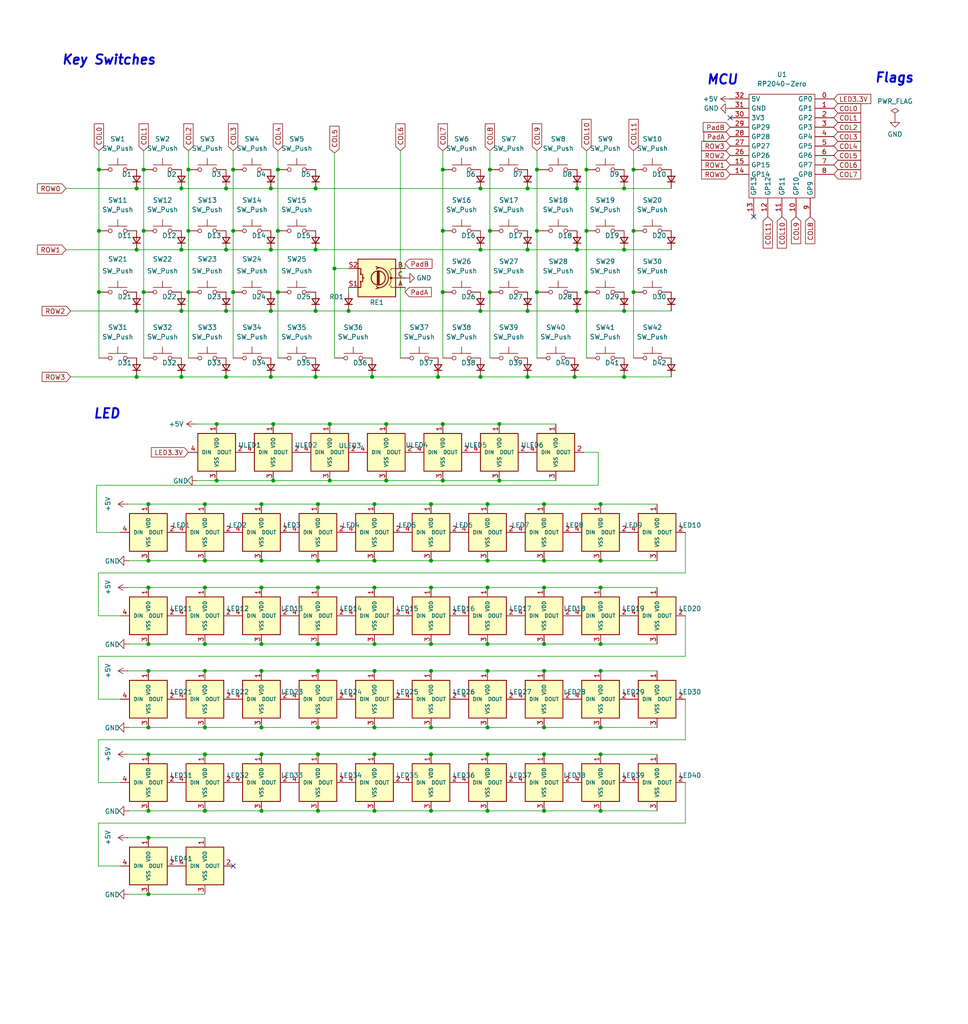
<source format=kicad_sch>
(kicad_sch (version 20231120) (generator "eeschema") (generator_version "8.0")
  (paper "User" 260.985 275.996)
  (junction (at 26.67 78.74))
  (junction (at 60.96 101.6))
  (junction (at 36.83 67.31))
  (junction (at 60.96 67.31))
  (junction (at 131.445 196.088))
  (junction (at 100.965 180.848))
  (junction (at 142.24 50.8))
  (junction (at 155.575 50.8))
  (junction (at 144.78 78.74))
  (junction (at 170.815 62.23))
  (junction (at 131.445 203.327))
  (junction (at 118.11 101.6))
  (junction (at 146.685 173.609))
  (junction (at 73.66 129.54))
  (junction (at 168.275 67.31))
  (junction (at 146.685 158.369))
  (junction (at 85.725 180.848))
  (junction (at 70.485 158.369))
  (junction (at 38.735 78.74))
  (junction (at 146.685 203.327))
  (junction (at 100.965 203.327))
  (junction (at 58.42 114.3))
  (junction (at 85.725 196.088))
  (junction (at 73.025 50.8))
  (junction (at 119.38 62.23))
  (junction (at 40.005 180.848))
  (junction (at 85.09 67.31))
  (junction (at 40.005 158.369))
  (junction (at 131.445 218.567))
  (junction (at 100.965 151.13))
  (junction (at 55.245 151.13))
  (junction (at 26.67 45.72))
  (junction (at 100.965 218.567))
  (junction (at 55.245 203.327))
  (junction (at 70.485 218.567))
  (junction (at 134.62 129.54))
  (junction (at 155.575 83.82))
  (junction (at 155.575 67.31))
  (junction (at 55.245 135.89))
  (junction (at 70.485 203.327))
  (junction (at 85.725 173.609))
  (junction (at 36.83 50.8))
  (junction (at 161.925 135.89))
  (junction (at 144.78 62.23))
  (junction (at 132.08 62.23))
  (junction (at 131.445 173.609))
  (junction (at 40.005 241.046))
  (junction (at 161.925 151.13))
  (junction (at 55.245 158.369))
  (junction (at 131.445 151.13))
  (junction (at 50.8 45.72))
  (junction (at 168.275 83.82))
  (junction (at 73.66 114.3))
  (junction (at 131.445 180.848))
  (junction (at 161.925 158.369))
  (junction (at 116.205 203.327))
  (junction (at 50.8 78.74))
  (junction (at 168.275 101.6))
  (junction (at 88.9 129.54))
  (junction (at 158.115 45.72))
  (junction (at 129.54 101.6))
  (junction (at 58.42 129.54))
  (junction (at 73.025 83.82))
  (junction (at 132.08 78.74))
  (junction (at 129.54 50.8))
  (junction (at 48.895 83.82))
  (junction (at 170.815 78.74))
  (junction (at 161.925 218.567))
  (junction (at 62.865 45.72))
  (junction (at 146.685 218.567))
  (junction (at 168.275 50.8))
  (junction (at 85.725 151.13))
  (junction (at 62.865 78.74))
  (junction (at 100.965 158.369))
  (junction (at 70.485 135.89))
  (junction (at 85.725 135.89))
  (junction (at 146.685 151.13))
  (junction (at 158.115 62.23))
  (junction (at 146.685 135.89))
  (junction (at 142.24 101.6))
  (junction (at 116.205 180.848))
  (junction (at 116.205 158.369))
  (junction (at 85.725 218.567))
  (junction (at 40.005 203.327))
  (junction (at 74.93 78.74))
  (junction (at 116.205 196.088))
  (junction (at 85.09 50.8))
  (junction (at 70.485 196.088))
  (junction (at 40.005 196.088))
  (junction (at 158.115 78.74))
  (junction (at 129.54 67.31))
  (junction (at 85.725 158.369))
  (junction (at 55.245 180.848))
  (junction (at 85.09 101.6))
  (junction (at 38.735 45.72))
  (junction (at 132.08 45.72))
  (junction (at 70.485 180.848))
  (junction (at 129.54 83.82))
  (junction (at 100.965 196.088))
  (junction (at 104.14 129.54))
  (junction (at 154.94 101.6))
  (junction (at 70.485 173.609))
  (junction (at 26.67 62.23))
  (junction (at 134.62 114.3))
  (junction (at 55.245 196.088))
  (junction (at 170.815 45.72))
  (junction (at 90.17 72.39))
  (junction (at 40.005 173.609))
  (junction (at 48.895 101.6))
  (junction (at 119.38 129.54))
  (junction (at 116.205 173.609))
  (junction (at 100.33 101.6))
  (junction (at 40.005 218.567))
  (junction (at 50.8 62.23))
  (junction (at 142.24 83.82))
  (junction (at 146.685 196.088))
  (junction (at 36.83 83.82))
  (junction (at 48.895 67.31))
  (junction (at 88.9 114.3))
  (junction (at 116.205 135.89))
  (junction (at 142.24 67.31))
  (junction (at 161.925 173.609))
  (junction (at 100.965 135.89))
  (junction (at 73.025 101.6))
  (junction (at 40.005 135.89))
  (junction (at 161.925 180.848))
  (junction (at 161.925 203.327))
  (junction (at 104.14 114.3))
  (junction (at 119.38 45.72))
  (junction (at 93.98 83.82))
  (junction (at 60.96 83.82))
  (junction (at 161.925 196.088))
  (junction (at 116.205 151.13))
  (junction (at 48.895 50.8))
  (junction (at 146.685 180.848))
  (junction (at 73.025 67.31))
  (junction (at 100.965 173.609))
  (junction (at 85.09 83.82))
  (junction (at 36.83 101.6))
  (junction (at 62.865 62.23))
  (junction (at 55.245 173.609))
  (junction (at 144.78 45.72))
  (junction (at 38.735 62.23))
  (junction (at 116.205 218.567))
  (junction (at 70.485 151.13))
  (junction (at 40.005 225.806))
  (junction (at 119.38 78.74))
  (junction (at 85.725 203.327))
  (junction (at 131.445 158.369))
  (junction (at 131.445 135.89))
  (junction (at 74.93 45.72))
  (junction (at 55.245 218.567))
  (junction (at 74.93 62.23))
  (junction (at 40.005 151.13))
  (junction (at 60.96 50.8))
  (junction (at 119.38 114.3))
  (no_connect (at 196.85 31.75))
  (no_connect (at 62.865 233.426))
  (no_connect (at 203.2 58.42))
  (wire (pts (xy 161.925 135.89) (xy 177.165 135.89)))
  (wire (pts (xy 50.8 78.74) (xy 50.8 96.52)))
  (wire (pts (xy 119.38 129.54) (xy 134.62 129.54)))
  (wire (pts (xy 36.83 50.8) (xy 48.895 50.8)))
  (wire (pts (xy 40.005 158.369) (xy 55.245 158.369)))
  (wire (pts (xy 170.815 45.72) (xy 170.815 62.23)))
  (wire (pts (xy 73.66 129.54) (xy 88.9 129.54)))
  (wire (pts (xy 40.005 196.088) (xy 55.245 196.088)))
  (wire (pts (xy 134.62 129.54) (xy 149.86 129.54)))
  (wire (pts (xy 161.925 203.327) (xy 177.165 203.327)))
  (wire (pts (xy 100.965 180.848) (xy 116.205 180.848)))
  (wire (pts (xy 36.83 101.6) (xy 48.895 101.6)))
  (wire (pts (xy 48.895 67.31) (xy 60.96 67.31)))
  (wire (pts (xy 161.925 196.088) (xy 177.165 196.088)))
  (wire (pts (xy 104.14 129.54) (xy 119.38 129.54)))
  (wire (pts (xy 161.925 173.609) (xy 177.165 173.609)))
  (wire (pts (xy 119.38 45.72) (xy 119.38 62.23)))
  (wire (pts (xy 116.205 196.088) (xy 131.445 196.088)))
  (wire (pts (xy 53.086 129.54) (xy 58.42 129.54)))
  (wire (pts (xy 50.8 40.64) (xy 50.8 45.72)))
  (wire (pts (xy 184.785 188.468) (xy 184.785 199.39)))
  (wire (pts (xy 26.543 188.468) (xy 32.385 188.468)))
  (wire (pts (xy 104.14 114.3) (xy 119.38 114.3)))
  (wire (pts (xy 40.005 173.609) (xy 55.245 173.609)))
  (wire (pts (xy 144.78 78.74) (xy 144.78 96.52)))
  (wire (pts (xy 34.671 196.088) (xy 40.005 196.088)))
  (wire (pts (xy 55.245 158.369) (xy 70.485 158.369)))
  (wire (pts (xy 100.965 158.369) (xy 116.205 158.369)))
  (wire (pts (xy 116.205 173.609) (xy 131.445 173.609)))
  (wire (pts (xy 17.78 67.31) (xy 36.83 67.31)))
  (wire (pts (xy 52.832 114.3) (xy 58.42 114.3)))
  (wire (pts (xy 119.38 40.64) (xy 119.38 45.72)))
  (wire (pts (xy 60.96 50.8) (xy 73.025 50.8)))
  (wire (pts (xy 131.445 218.567) (xy 146.685 218.567)))
  (wire (pts (xy 116.205 158.369) (xy 131.445 158.369)))
  (wire (pts (xy 168.275 83.82) (xy 180.975 83.82)))
  (wire (pts (xy 155.575 50.8) (xy 168.275 50.8)))
  (wire (pts (xy 73.66 114.3) (xy 88.9 114.3)))
  (wire (pts (xy 48.895 50.8) (xy 60.96 50.8)))
  (wire (pts (xy 158.115 62.23) (xy 158.115 78.74)))
  (wire (pts (xy 26.543 210.947) (xy 32.385 210.947)))
  (wire (pts (xy 62.865 78.74) (xy 62.865 96.52)))
  (wire (pts (xy 116.205 180.848) (xy 131.445 180.848)))
  (wire (pts (xy 168.275 101.6) (xy 180.975 101.6)))
  (wire (pts (xy 118.11 101.6) (xy 129.54 101.6)))
  (wire (pts (xy 90.17 72.39) (xy 90.17 96.52)))
  (wire (pts (xy 131.445 180.848) (xy 146.685 180.848)))
  (wire (pts (xy 73.025 101.6) (xy 85.09 101.6)))
  (wire (pts (xy 34.417 225.806) (xy 40.005 225.806)))
  (wire (pts (xy 34.671 218.567) (xy 40.005 218.567)))
  (wire (pts (xy 50.8 62.23) (xy 50.8 78.74)))
  (wire (pts (xy 55.245 180.848) (xy 70.485 180.848)))
  (wire (pts (xy 184.785 176.911) (xy 26.543 176.911)))
  (wire (pts (xy 85.09 83.82) (xy 93.98 83.82)))
  (wire (pts (xy 100.33 101.6) (xy 118.11 101.6)))
  (wire (pts (xy 40.005 180.848) (xy 55.245 180.848)))
  (wire (pts (xy 85.09 67.31) (xy 129.54 67.31)))
  (wire (pts (xy 184.785 210.947) (xy 184.785 221.869)))
  (wire (pts (xy 73.025 67.31) (xy 85.09 67.31)))
  (wire (pts (xy 40.005 218.567) (xy 55.245 218.567)))
  (wire (pts (xy 85.725 203.327) (xy 100.965 203.327)))
  (wire (pts (xy 62.865 45.72) (xy 62.865 62.23)))
  (wire (pts (xy 74.93 45.72) (xy 74.93 62.23)))
  (wire (pts (xy 170.815 40.64) (xy 170.815 45.72)))
  (wire (pts (xy 26.543 233.426) (xy 32.385 233.426)))
  (wire (pts (xy 184.785 154.432) (xy 26.543 154.432)))
  (wire (pts (xy 26.543 154.432) (xy 26.543 165.989)))
  (wire (pts (xy 145.415 78.74) (xy 144.78 78.74)))
  (wire (pts (xy 85.725 218.567) (xy 100.965 218.567)))
  (wire (pts (xy 55.245 173.609) (xy 70.485 173.609)))
  (wire (pts (xy 26.543 210.947) (xy 26.543 199.39)))
  (wire (pts (xy 85.725 135.89) (xy 100.965 135.89)))
  (wire (pts (xy 26.543 188.468) (xy 26.543 176.911)))
  (wire (pts (xy 144.78 40.64) (xy 144.78 45.72)))
  (wire (pts (xy 40.005 203.327) (xy 55.245 203.327)))
  (wire (pts (xy 32.385 143.51) (xy 26.035 143.51)))
  (wire (pts (xy 58.42 129.54) (xy 73.66 129.54)))
  (wire (pts (xy 131.445 196.088) (xy 146.685 196.088)))
  (wire (pts (xy 60.96 83.82) (xy 73.025 83.82)))
  (wire (pts (xy 184.785 199.39) (xy 26.543 199.39)))
  (wire (pts (xy 70.485 173.609) (xy 85.725 173.609)))
  (wire (pts (xy 85.725 151.13) (xy 100.965 151.13)))
  (wire (pts (xy 88.9 114.3) (xy 104.14 114.3)))
  (wire (pts (xy 132.08 45.72) (xy 132.08 62.23)))
  (wire (pts (xy 158.115 40.64) (xy 158.115 45.72)))
  (wire (pts (xy 129.54 101.6) (xy 142.24 101.6)))
  (wire (pts (xy 119.38 114.3) (xy 134.62 114.3)))
  (wire (pts (xy 85.725 180.848) (xy 100.965 180.848)))
  (wire (pts (xy 70.485 135.89) (xy 85.725 135.89)))
  (wire (pts (xy 70.485 151.13) (xy 85.725 151.13)))
  (wire (pts (xy 70.485 158.369) (xy 85.725 158.369)))
  (wire (pts (xy 26.035 130.81) (xy 161.29 130.81)))
  (wire (pts (xy 184.785 143.51) (xy 184.785 154.432)))
  (wire (pts (xy 158.115 45.72) (xy 158.115 62.23)))
  (wire (pts (xy 131.445 203.327) (xy 146.685 203.327)))
  (wire (pts (xy 119.38 62.23) (xy 119.38 78.74)))
  (wire (pts (xy 26.67 40.64) (xy 26.67 45.72)))
  (wire (pts (xy 146.685 135.89) (xy 161.925 135.89)))
  (wire (pts (xy 36.83 83.82) (xy 48.895 83.82)))
  (wire (pts (xy 132.08 78.74) (xy 132.08 96.52)))
  (wire (pts (xy 55.245 196.088) (xy 70.485 196.088)))
  (wire (pts (xy 184.785 221.869) (xy 26.543 221.869)))
  (wire (pts (xy 142.24 50.8) (xy 155.575 50.8)))
  (wire (pts (xy 36.83 67.31) (xy 48.895 67.31)))
  (wire (pts (xy 100.965 173.609) (xy 116.205 173.609)))
  (wire (pts (xy 109.22 71.12) (xy 109.22 72.39)))
  (wire (pts (xy 131.445 158.369) (xy 146.685 158.369)))
  (wire (pts (xy 48.895 101.6) (xy 60.96 101.6)))
  (wire (pts (xy 62.865 62.23) (xy 62.865 78.74)))
  (wire (pts (xy 184.785 165.989) (xy 184.785 176.911)))
  (wire (pts (xy 131.445 151.13) (xy 146.685 151.13)))
  (wire (pts (xy 119.38 78.74) (xy 119.38 96.52)))
  (wire (pts (xy 146.685 151.13) (xy 161.925 151.13)))
  (wire (pts (xy 158.115 78.74) (xy 158.115 96.52)))
  (wire (pts (xy 26.035 143.51) (xy 26.035 130.81)))
  (wire (pts (xy 161.925 151.13) (xy 177.165 151.13)))
  (wire (pts (xy 60.96 101.6) (xy 73.025 101.6)))
  (wire (pts (xy 146.685 173.609) (xy 161.925 173.609)))
  (wire (pts (xy 70.485 180.848) (xy 85.725 180.848)))
  (wire (pts (xy 88.9 129.54) (xy 104.14 129.54)))
  (wire (pts (xy 60.96 67.31) (xy 73.025 67.31)))
  (wire (pts (xy 129.54 50.8) (xy 142.24 50.8)))
  (wire (pts (xy 107.95 40.64) (xy 107.95 96.52)))
  (wire (pts (xy 144.78 62.23) (xy 144.78 78.74)))
  (wire (pts (xy 74.93 78.74) (xy 74.93 96.52)))
  (wire (pts (xy 40.005 225.806) (xy 55.245 225.806)))
  (wire (pts (xy 85.09 50.8) (xy 129.54 50.8)))
  (wire (pts (xy 74.93 62.23) (xy 74.93 78.74)))
  (wire (pts (xy 55.245 218.567) (xy 70.485 218.567)))
  (wire (pts (xy 26.543 233.426) (xy 26.543 221.869)))
  (wire (pts (xy 26.67 45.72) (xy 26.67 62.23)))
  (wire (pts (xy 70.485 203.327) (xy 85.725 203.327)))
  (wire (pts (xy 116.205 135.89) (xy 131.445 135.89)))
  (wire (pts (xy 55.245 151.13) (xy 70.485 151.13)))
  (wire (pts (xy 129.54 83.82) (xy 142.24 83.82)))
  (wire (pts (xy 90.17 41.275) (xy 90.17 72.39)))
  (wire (pts (xy 62.865 40.64) (xy 62.865 45.72)))
  (wire (pts (xy 73.025 83.82) (xy 85.09 83.82)))
  (wire (pts (xy 168.275 50.8) (xy 180.975 50.8)))
  (wire (pts (xy 19.05 83.82) (xy 36.83 83.82)))
  (wire (pts (xy 17.78 50.8) (xy 36.83 50.8)))
  (wire (pts (xy 85.725 196.088) (xy 100.965 196.088)))
  (wire (pts (xy 116.205 218.567) (xy 131.445 218.567)))
  (wire (pts (xy 38.735 40.64) (xy 38.735 45.72)))
  (wire (pts (xy 155.575 83.82) (xy 168.275 83.82)))
  (wire (pts (xy 93.98 83.82) (xy 129.54 83.82)))
  (wire (pts (xy 100.965 135.89) (xy 116.205 135.89)))
  (wire (pts (xy 132.08 40.64) (xy 132.08 45.72)))
  (wire (pts (xy 146.685 203.327) (xy 161.925 203.327)))
  (wire (pts (xy 38.735 62.23) (xy 38.735 78.74)))
  (wire (pts (xy 26.67 62.23) (xy 26.67 78.74)))
  (wire (pts (xy 55.245 203.327) (xy 70.485 203.327)))
  (wire (pts (xy 19.05 101.6) (xy 36.83 101.6)))
  (wire (pts (xy 85.09 101.6) (xy 100.33 101.6)))
  (wire (pts (xy 34.671 151.13) (xy 40.005 151.13)))
  (wire (pts (xy 90.17 72.39) (xy 93.98 72.39)))
  (wire (pts (xy 155.575 67.31) (xy 168.275 67.31)))
  (wire (pts (xy 74.93 40.64) (xy 74.93 45.72)))
  (wire (pts (xy 161.925 180.848) (xy 177.165 180.848)))
  (wire (pts (xy 116.205 203.327) (xy 131.445 203.327)))
  (wire (pts (xy 170.815 62.23) (xy 170.815 78.74)))
  (wire (pts (xy 85.725 158.369) (xy 100.965 158.369)))
  (wire (pts (xy 168.275 67.31) (xy 180.975 67.31)))
  (wire (pts (xy 131.445 173.609) (xy 146.685 173.609)))
  (wire (pts (xy 34.417 203.327) (xy 40.005 203.327)))
  (wire (pts (xy 70.485 196.088) (xy 85.725 196.088)))
  (wire (pts (xy 161.29 130.81) (xy 161.29 121.92)))
  (wire (pts (xy 58.42 114.3) (xy 73.66 114.3)))
  (wire (pts (xy 142.24 101.6) (xy 154.94 101.6)))
  (wire (pts (xy 100.965 203.327) (xy 116.205 203.327)))
  (wire (pts (xy 132.08 62.23) (xy 132.08 78.74)))
  (wire (pts (xy 34.417 158.369) (xy 40.005 158.369)))
  (wire (pts (xy 161.925 218.567) (xy 177.165 218.567)))
  (wire (pts (xy 161.925 158.369) (xy 177.165 158.369)))
  (wire (pts (xy 34.671 173.609) (xy 40.005 173.609)))
  (wire (pts (xy 85.725 173.609) (xy 100.965 173.609)))
  (wire (pts (xy 134.62 114.3) (xy 149.86 114.3)))
  (wire (pts (xy 73.025 50.8) (xy 85.09 50.8)))
  (wire (pts (xy 142.24 67.31) (xy 155.575 67.31)))
  (wire (pts (xy 131.445 135.89) (xy 146.685 135.89)))
  (wire (pts (xy 48.895 83.82) (xy 60.96 83.82)))
  (wire (pts (xy 34.417 135.89) (xy 40.005 135.89)))
  (wire (pts (xy 40.005 241.046) (xy 55.245 241.046)))
  (wire (pts (xy 144.78 45.72) (xy 144.78 62.23)))
  (wire (pts (xy 116.205 151.13) (xy 131.445 151.13)))
  (wire (pts (xy 100.965 151.13) (xy 116.205 151.13)))
  (wire (pts (xy 50.8 45.72) (xy 50.8 62.23)))
  (wire (pts (xy 38.735 45.72) (xy 38.735 62.23)))
  (wire (pts (xy 142.24 83.82) (xy 155.575 83.82)))
  (wire (pts (xy 34.417 180.848) (xy 40.005 180.848)))
  (wire (pts (xy 146.685 180.848) (xy 161.925 180.848)))
  (wire (pts (xy 70.485 218.567) (xy 85.725 218.567)))
  (wire (pts (xy 109.22 78.74) (xy 109.22 77.47)))
  (wire (pts (xy 129.54 67.31) (xy 142.24 67.31)))
  (wire (pts (xy 146.685 158.369) (xy 161.925 158.369)))
  (wire (pts (xy 170.815 78.74) (xy 170.815 96.52)))
  (wire (pts (xy 93.98 77.47) (xy 93.98 78.74)))
  (wire (pts (xy 157.48 121.92) (xy 161.29 121.92)))
  (wire (pts (xy 154.94 101.6) (xy 168.275 101.6)))
  (wire (pts (xy 40.005 135.89) (xy 55.245 135.89)))
  (wire (pts (xy 145.415 45.72) (xy 144.78 45.72)))
  (wire (pts (xy 40.005 151.13) (xy 55.245 151.13)))
  (wire (pts (xy 146.685 218.567) (xy 161.925 218.567)))
  (wire (pts (xy 100.965 196.088) (xy 116.205 196.088)))
  (wire (pts (xy 38.735 78.74) (xy 38.735 96.52)))
  (wire (pts (xy 146.685 196.088) (xy 161.925 196.088)))
  (wire (pts (xy 55.245 135.89) (xy 70.485 135.89)))
  (wire (pts (xy 26.543 165.989) (xy 32.385 165.989)))
  (wire (pts (xy 100.965 218.567) (xy 116.205 218.567)))
  (wire (pts (xy 26.67 78.74) (xy 26.67 96.52)))
  (wire (pts (xy 145.415 62.23) (xy 144.78 62.23)))
  (wire (pts (xy 34.671 241.046) (xy 40.005 241.046)))
  (text "LED" (at 25.019 113.157 0) (effects (font (size 2.54 2.54) (thickness 0.508) (bold yes) (italic yes)) (justify left bottom)))
  (text "Flags" (at 235.712 22.606 0) (effects (font (size 2.54 2.54) (thickness 0.508) (bold yes) (italic yes)) (justify left bottom)))
  (text "MCU" (at 190.373 23.114 0) (effects (font (size 2.54 2.54) (thickness 0.508) (bold yes) (italic yes)) (justify left bottom)))
  (text "Key Switches" (at 16.51 17.78 0) (effects (font (size 2.54 2.54) (thickness 0.508) (bold yes) (italic yes)) (justify left bottom)))
  (global_label "PadB" (shape input) (at 109.22 71.12 0) (property "Intersheetrefs" "${INTERSHEET_REFS}" (effects (hide yes))) (property "シート間のリファレンス" "${INTERSHEET_REFS}" (effects (hide yes))))
  (global_label "COL3" (shape input) (at 62.865 40.64 90) (property "Intersheetrefs" "${INTERSHEET_REFS}" (effects (hide yes))))
  (global_label "LED3.3V" (shape input) (at 50.8 121.92 180) (property "Intersheetrefs" "${INTERSHEET_REFS}" (effects (hide yes))) (property "シート間のリファレンス" "${INTERSHEET_REFS}" (effects (hide yes))))
  (global_label "ROW0" (shape input) (at 196.85 46.99 180) (property "Intersheetrefs" "${INTERSHEET_REFS}" (effects (hide yes))))
  (global_label "COL2" (shape input) (at 224.79 34.29 0) (property "Intersheetrefs" "${INTERSHEET_REFS}" (effects (hide yes))))
  (global_label "COL1" (shape input) (at 224.79 31.75 0) (property "Intersheetrefs" "${INTERSHEET_REFS}" (effects (hide yes))))
  (global_label "ROW1" (shape input) (at 196.85 44.45 180) (property "Intersheetrefs" "${INTERSHEET_REFS}" (effects (hide yes))))
  (global_label "LED3.3V" (shape input) (at 224.79 26.67 0) (property "Intersheetrefs" "${INTERSHEET_REFS}" (effects (hide yes))) (property "シート間のリファレンス" "${INTERSHEET_REFS}" (effects (hide yes))))
  (global_label "COL6" (shape input) (at 224.79 44.45 0) (property "Intersheetrefs" "${INTERSHEET_REFS}" (effects (hide yes))))
  (global_label "PadA" (shape input) (at 196.85 36.83 180) (property "Intersheetrefs" "${INTERSHEET_REFS}" (effects (hide yes))) (property "シート間のリファレンス" "${INTERSHEET_REFS}" (effects (hide yes))))
  (global_label "ROW3" (shape input) (at 196.85 39.37 180) (property "Intersheetrefs" "${INTERSHEET_REFS}" (effects (hide yes))))
  (global_label "COL3" (shape input) (at 224.79 36.83 0) (property "Intersheetrefs" "${INTERSHEET_REFS}" (effects (hide yes))))
  (global_label "ROW1" (shape input) (at 17.78 67.31 180) (property "Intersheetrefs" "${INTERSHEET_REFS}" (effects (hide yes))))
  (global_label "COL4" (shape input) (at 224.79 39.37 0) (property "Intersheetrefs" "${INTERSHEET_REFS}" (effects (hide yes))))
  (global_label "ROW2" (shape input) (at 196.85 41.91 180) (property "Intersheetrefs" "${INTERSHEET_REFS}" (effects (hide yes))))
  (global_label "COL4" (shape input) (at 74.93 40.64 90) (property "Intersheetrefs" "${INTERSHEET_REFS}" (effects (hide yes))))
  (global_label "COL5" (shape input) (at 90.17 41.275 90) (property "Intersheetrefs" "${INTERSHEET_REFS}" (effects (hide yes))))
  (global_label "COL5" (shape input) (at 224.79 41.91 0) (property "Intersheetrefs" "${INTERSHEET_REFS}" (effects (hide yes))))
  (global_label "COL10" (shape input) (at 158.115 40.64 90) (property "Intersheetrefs" "${INTERSHEET_REFS}" (effects (hide yes))))
  (global_label "COL2" (shape input) (at 50.8 40.64 90) (property "Intersheetrefs" "${INTERSHEET_REFS}" (effects (hide yes))))
  (global_label "COL8" (shape input) (at 218.44 58.42 270) (property "Intersheetrefs" "${INTERSHEET_REFS}" (effects (hide yes))))
  (global_label "COL0" (shape input) (at 26.67 40.64 90) (property "Intersheetrefs" "${INTERSHEET_REFS}" (effects (hide yes))))
  (global_label "PadB" (shape input) (at 196.85 34.29 180) (property "Intersheetrefs" "${INTERSHEET_REFS}" (effects (hide yes))) (property "シート間のリファレンス" "${INTERSHEET_REFS}" (effects (hide yes))))
  (global_label "PadA" (shape input) (at 109.22 78.74 0) (property "Intersheetrefs" "${INTERSHEET_REFS}" (effects (hide yes))) (property "シート間のリファレンス" "${INTERSHEET_REFS}" (effects (hide yes))))
  (global_label "COL8" (shape input) (at 132.08 40.64 90) (property "Intersheetrefs" "${INTERSHEET_REFS}" (effects (hide yes))))
  (global_label "COL10" (shape input) (at 210.82 58.42 270) (property "Intersheetrefs" "${INTERSHEET_REFS}" (effects (hide yes))))
  (global_label "COL0" (shape input) (at 224.79 29.21 0) (property "Intersheetrefs" "${INTERSHEET_REFS}" (effects (hide yes))))
  (global_label "ROW0" (shape input) (at 17.78 50.8 180) (property "Intersheetrefs" "${INTERSHEET_REFS}" (effects (hide yes))))
  (global_label "COL11" (shape input) (at 170.815 40.64 90) (property "Intersheetrefs" "${INTERSHEET_REFS}" (effects (hide yes))))
  (global_label "COL6" (shape input) (at 107.95 40.64 90) (property "Intersheetrefs" "${INTERSHEET_REFS}" (effects (hide yes))))
  (global_label "COL11" (shape input) (at 207.01 58.42 270) (property "Intersheetrefs" "${INTERSHEET_REFS}" (effects (hide yes))))
  (global_label "COL9" (shape input) (at 144.78 40.64 90) (property "Intersheetrefs" "${INTERSHEET_REFS}" (effects (hide yes))))
  (global_label "ROW2" (shape input) (at 19.05 83.82 180) (property "Intersheetrefs" "${INTERSHEET_REFS}" (effects (hide yes))))
  (global_label "COL7" (shape input) (at 224.79 46.99 0) (property "Intersheetrefs" "${INTERSHEET_REFS}" (effects (hide yes))))
  (global_label "COL7" (shape input) (at 119.38 40.64 90) (property "Intersheetrefs" "${INTERSHEET_REFS}" (effects (hide yes))))
  (global_label "COL9" (shape input) (at 214.63 58.42 270) (property "Intersheetrefs" "${INTERSHEET_REFS}" (effects (hide yes))))
  (global_label "ROW3" (shape input) (at 19.05 101.6 180) (property "Intersheetrefs" "${INTERSHEET_REFS}" (effects (hide yes))))
  (global_label "COL1" (shape input) (at 38.735 40.64 90) (property "Intersheetrefs" "${INTERSHEET_REFS}" (effects (hide yes))))
  (symbol (lib_id "Noraneko:SK6812MINI-E") (at 55.245 165.989 0) (unit 1)
    (property "Reference" "LED12" (at 64.135 164.0446 0))
    (property "Value" "SK6812MINI-E" (effects (hide yes)))
    (property "Footprint" "Noraneko:SK6812MINI-E" (effects (hide yes)))
  )
  (symbol (lib_id "Switch:SW_Push") (at 67.945 78.74 0) (unit 1)
    (property "Reference" "SW24" (at 67.945 69.85 0))
    (property "Value" "SW_Push" (at 67.945 73.025 0))
    (property "Footprint" "Noraneko:MX_Socket" (effects (hide yes)))
  )
  (symbol (lib_id "Switch:SW_Push") (at 43.815 62.23 0) (unit 1)
    (property "Reference" "SW12" (at 43.815 53.975 0))
    (property "Value" "SW_Push" (at 43.815 56.515 0))
    (property "Footprint" "Noraneko:MX_Socket" (effects (hide yes)))
  )
  (symbol (lib_id "Noraneko:SK6812MINI-E") (at 55.245 143.51 0) (unit 1)
    (property "Reference" "LED2" (at 64.135 141.5656 0))
    (property "Value" "SK6812MINI-E" (effects (hide yes)))
    (property "Footprint" "Noraneko:SK6812MINI-E" (effects (hide yes)))
  )
  (symbol (lib_id "Device:D_Small") (at 129.54 99.06 90) (unit 1)
    (property "Reference" "D38" (at 128.27 97.79 90) (effects (justify left)))
    (property "Value" "D" (effects (hide yes)))
    (property "Footprint" "Noraneko:1N4148W" (effects (hide yes)))
    (property "LCSC" "C81598" (effects (hide yes)))
    (property "Sim.Device" "D" (effects (hide yes)))
    (property "Sim.Pins" "1=K 2=A" (effects (hide yes)))
  )
  (symbol (lib_id "Device:D_Small") (at 93.98 81.28 90) (unit 1)
    (property "Reference" "RD1" (at 92.71 80.01 90) (effects (justify left)))
    (property "Value" "D" (effects (hide yes)))
    (property "Footprint" "Noraneko:1N4148W" (effects (hide yes)))
    (property "LCSC" "C81598" (effects (hide yes)))
    (property "Sim.Device" "D" (effects (hide yes)))
    (property "Sim.Pins" "1=K 2=A" (effects (hide yes)))
  )
  (symbol (lib_id "Device:D_Small") (at 168.275 48.26 90) (unit 1)
    (property "Reference" "D9" (at 167.005 46.99 90) (effects (justify left)))
    (property "Value" "D" (effects (hide yes)))
    (property "Footprint" "Noraneko:1N4148W" (effects (hide yes)))
    (property "LCSC" "C81598" (effects (hide yes)))
    (property "Sim.Device" "D" (effects (hide yes)))
    (property "Sim.Pins" "1=K 2=A" (effects (hide yes)))
  )
  (symbol (lib_id "Switch:SW_Push") (at 137.16 96.52 0) (unit 1)
    (property "Reference" "SW39" (at 137.16 88.265 0))
    (property "Value" "SW_Push" (at 137.16 90.805 0))
    (property "Footprint" "Noraneko:MX_Socket" (effects (hide yes)))
  )
  (symbol (lib_id "Noraneko:SK6812MINI-E") (at 116.205 210.947 0) (unit 1)
    (property "Reference" "LED36" (at 125.095 209.0026 0))
    (property "Value" "SK6812MINI-E" (effects (hide yes)))
    (property "Footprint" "Noraneko:SK6812MINI-E" (effects (hide yes)))
  )
  (symbol (lib_id "Noraneko:SK6812MINI-E") (at 85.725 143.51 0) (unit 1)
    (property "Reference" "LED4" (at 94.615 141.5656 0))
    (property "Value" "SK6812MINI-E" (effects (hide yes)))
    (property "Footprint" "Noraneko:SK6812MINI-E" (effects (hide yes)))
  )
  (symbol (lib_id "Noraneko:SK6812MINI-E") (at 131.445 165.989 0) (unit 1)
    (property "Reference" "LED17" (at 140.335 164.0446 0))
    (property "Value" "SK6812MINI-E" (effects (hide yes)))
    (property "Footprint" "Noraneko:SK6812MINI-E" (effects (hide yes)))
  )
  (symbol (lib_id "Noraneko:SK6812MINI-E") (at 100.965 210.947 0) (unit 1)
    (property "Reference" "LED35" (at 109.855 209.0026 0))
    (property "Value" "SK6812MINI-E" (effects (hide yes)))
    (property "Footprint" "Noraneko:SK6812MINI-E" (effects (hide yes)))
  )
  (symbol (lib_id "Switch:SW_Push") (at 137.16 78.74 0) (unit 1)
    (property "Reference" "SW27" (at 137.16 70.485 0))
    (property "Value" "SW_Push" (at 137.16 73.025 0))
    (property "Footprint" "Noraneko:MX_Socket" (effects (hide yes)))
  )
  (symbol (lib_id "Noraneko:SK6812MINI-E") (at 177.165 210.947 0) (unit 1)
    (property "Reference" "LED40" (at 186.055 209.0026 0))
    (property "Value" "SK6812MINI-E" (effects (hide yes)))
    (property "Footprint" "Noraneko:SK6812MINI-E" (effects (hide yes)))
  )
  (symbol (lib_id "power:GND") (at 34.671 151.13 270) (unit 1)
    (property "Reference" "#PWR08" (effects (hide yes)))
    (property "Value" "GND" (at 30.2768 151.257 90))
    (property "Description" "Power symbol creates a global label with name \"GND\" , ground" (effects (hide yes)))
  )
  (symbol (lib_id "Device:D_Small") (at 118.11 99.06 90) (unit 1)
    (property "Reference" "D37" (at 116.84 97.79 90) (effects (justify left)))
    (property "Value" "D" (effects (hide yes)))
    (property "Footprint" "Noraneko:1N4148W" (effects (hide yes)))
    (property "LCSC" "C81598" (effects (hide yes)))
    (property "Sim.Device" "D" (effects (hide yes)))
    (property "Sim.Pins" "1=K 2=A" (effects (hide yes)))
  )
  (symbol (lib_id "Switch:SW_Push") (at 43.815 78.74 0) (unit 1)
    (property "Reference" "SW22" (at 43.815 69.85 0))
    (property "Value" "SW_Push" (at 43.815 73.025 0))
    (property "Footprint" "Noraneko:MX_Socket" (effects (hide yes)))
  )
  (symbol (lib_id "Noraneko:SK6812MINI-E") (at 100.965 188.468 0) (unit 1)
    (property "Reference" "LED25" (at 109.855 186.5236 0))
    (property "Value" "SK6812MINI-E" (effects (hide yes)))
    (property "Footprint" "Noraneko:SK6812MINI-E" (effects (hide yes)))
  )
  (symbol (lib_id "Switch:SW_Push") (at 31.75 62.23 0) (unit 1)
    (property "Reference" "SW11" (at 31.75 53.975 0))
    (property "Value" "SW_Push" (at 31.75 56.515 0))
    (property "Footprint" "Noraneko:MX_Socket" (effects (hide yes)))
  )
  (symbol (lib_id "Noraneko:SK6812MINI-E") (at 85.725 210.947 0) (unit 1)
    (property "Reference" "LED34" (at 94.615 209.0026 0))
    (property "Value" "SK6812MINI-E" (effects (hide yes)))
    (property "Footprint" "Noraneko:SK6812MINI-E" (effects (hide yes)))
  )
  (symbol (lib_id "Switch:SW_Push") (at 67.945 96.52 0) (unit 1)
    (property "Reference" "SW34" (at 67.945 88.265 0))
    (property "Value" "SW_Push" (at 67.945 90.805 0))
    (property "Footprint" "Noraneko:MX_Socket" (effects (hide yes)))
  )
  (symbol (lib_id "Noraneko:SK6812MINI-E") (at 70.485 210.947 0) (unit 1)
    (property "Reference" "LED33" (at 78.74 209.0026 0))
    (property "Value" "SK6812MINI-E" (effects (hide yes)))
    (property "Footprint" "Noraneko:SK6812MINI-E" (effects (hide yes)))
  )
  (symbol (lib_id "power:GND") (at 34.671 196.088 270) (unit 1)
    (property "Reference" "#PWR012" (effects (hide yes)))
    (property "Value" "GND" (at 30.2768 196.215 90))
    (property "Description" "Power symbol creates a global label with name \"GND\" , ground" (effects (hide yes)))
  )
  (symbol (lib_id "Switch:SW_Push") (at 150.495 62.23 0) (unit 1)
    (property "Reference" "SW18" (at 150.495 53.975 0))
    (property "Value" "SW_Push" (at 150.495 56.515 0))
    (property "Footprint" "Noraneko:MX_Socket" (effects (hide yes)))
  )
  (symbol (lib_id "Noraneko:SK6812MINI-E") (at 100.965 143.51 0) (unit 1)
    (property "Reference" "LED5" (at 109.855 141.5656 0))
    (property "Value" "SK6812MINI-E" (effects (hide yes)))
    (property "Footprint" "Noraneko:SK6812MINI-E" (effects (hide yes)))
  )
  (symbol (lib_id "Switch:SW_Push") (at 80.01 62.23 0) (unit 1)
    (property "Reference" "SW15" (at 80.01 53.975 0))
    (property "Value" "SW_Push" (at 80.01 56.515 0))
    (property "Footprint" "Noraneko:MX_Socket" (effects (hide yes)))
  )
  (symbol (lib_id "Noraneko:SK6812MINI-E") (at 55.245 210.947 0) (unit 1)
    (property "Reference" "LED32" (at 64.135 209.0026 0))
    (property "Value" "SK6812MINI-E" (effects (hide yes)))
    (property "Footprint" "Noraneko:SK6812MINI-E" (effects (hide yes)))
  )
  (symbol (lib_id "Device:D_Small") (at 36.83 64.77 90) (unit 1)
    (property "Reference" "D11" (at 35.56 63.5 90) (effects (justify left)))
    (property "Value" "D" (effects (hide yes)))
    (property "Footprint" "Noraneko:1N4148W" (effects (hide yes)))
    (property "LCSC" "C81598" (effects (hide yes)))
    (property "Sim.Device" "D" (effects (hide yes)))
    (property "Sim.Pins" "1=K 2=A" (effects (hide yes)))
  )
  (symbol (lib_id "Noraneko:SK6812MINI-E") (at 161.925 165.989 0) (unit 1)
    (property "Reference" "LED19" (at 170.815 164.0446 0))
    (property "Value" "SK6812MINI-E" (effects (hide yes)))
    (property "Footprint" "Noraneko:SK6812MINI-E" (effects (hide yes)))
  )
  (symbol (lib_id "Device:D_Small") (at 60.96 81.28 90) (unit 1)
    (property "Reference" "D23" (at 59.69 80.01 90) (effects (justify left)))
    (property "Value" "D" (effects (hide yes)))
    (property "Footprint" "Noraneko:1N4148W" (effects (hide yes)))
    (property "LCSC" "C81598" (effects (hide yes)))
    (property "Sim.Device" "D" (effects (hide yes)))
    (property "Sim.Pins" "1=K 2=A" (effects (hide yes)))
  )
  (symbol (lib_id "Device:D_Small") (at 142.24 48.26 90) (unit 1)
    (property "Reference" "D7" (at 140.97 46.99 90) (effects (justify left)))
    (property "Value" "D" (effects (hide yes)))
    (property "Footprint" "Noraneko:1N4148W" (effects (hide yes)))
    (property "LCSC" "C81598" (effects (hide yes)))
    (property "Sim.Device" "D" (effects (hide yes)))
    (property "Sim.Pins" "1=K 2=A" (effects (hide yes)))
  )
  (symbol (lib_id "Noraneko:SK6812MINI-E") (at 161.925 210.947 0) (unit 1)
    (property "Reference" "LED39" (at 170.815 209.0026 0))
    (property "Value" "SK6812MINI-E" (effects (hide yes)))
    (property "Footprint" "Noraneko:SK6812MINI-E" (effects (hide yes)))
  )
  (symbol (lib_id "Noraneko:SK6812MINI-E") (at 146.685 143.51 0) (unit 1)
    (property "Reference" "LED8" (at 154.94 141.5656 0))
    (property "Value" "SK6812MINI-E" (effects (hide yes)))
    (property "Footprint" "Noraneko:SK6812MINI-E" (effects (hide yes)))
  )
  (symbol (lib_id "Switch:SW_Push") (at 80.01 78.74 0) (unit 1)
    (property "Reference" "SW25" (at 80.01 69.85 0))
    (property "Value" "SW_Push" (at 80.01 73.025 0))
    (property "Footprint" "Noraneko:MX_Socket" (effects (hide yes)))
  )
  (symbol (lib_id "Noraneko:SK6812MINI-E") (at 55.245 188.468 0) (unit 1)
    (property "Reference" "LED22" (at 64.135 186.5236 0))
    (property "Value" "SK6812MINI-E" (effects (hide yes)))
    (property "Footprint" "Noraneko:SK6812MINI-E" (effects (hide yes)))
  )
  (symbol (lib_id "Noraneko:SK6812MINI-E") (at 131.445 188.468 0) (unit 1)
    (property "Reference" "LED27" (at 140.335 186.5236 0))
    (property "Value" "SK6812MINI-E" (effects (hide yes)))
    (property "Footprint" "Noraneko:SK6812MINI-E" (effects (hide yes)))
  )
  (symbol (lib_id "Switch:SW_Push") (at 163.195 96.52 0) (unit 1)
    (property "Reference" "SW41" (at 163.195 88.265 0))
    (property "Value" "SW_Push" (at 163.195 90.805 0))
    (property "Footprint" "Noraneko:MX_Socket" (effects (hide yes)))
  )
  (symbol (lib_id "Device:D_Small") (at 155.575 64.77 90) (unit 1)
    (property "Reference" "D18" (at 154.305 63.5 90) (effects (justify left)))
    (property "Value" "D" (effects (hide yes)))
    (property "Footprint" "Noraneko:1N4148W" (effects (hide yes)))
    (property "LCSC" "C81598" (effects (hide yes)))
    (property "Sim.Device" "D" (effects (hide yes)))
    (property "Sim.Pins" "1=K 2=A" (effects (hide yes)))
  )
  (symbol (lib_id "power:GND") (at 34.671 173.609 270) (unit 1)
    (property "Reference" "#PWR010" (effects (hide yes)))
    (property "Value" "GND" (at 30.2768 173.736 90))
    (property "Description" "Power symbol creates a global label with name \"GND\" , ground" (effects (hide yes)))
  )
  (symbol (lib_id "Noraneko:SK6812MINI-E") (at 85.725 188.468 0) (unit 1)
    (property "Reference" "LED24" (at 94.615 186.5236 0))
    (property "Value" "SK6812MINI-E" (effects (hide yes)))
    (property "Footprint" "Noraneko:SK6812MINI-E" (effects (hide yes)))
  )
  (symbol (lib_id "Device:D_Small") (at 60.96 99.06 90) (unit 1)
    (property "Reference" "D33" (at 59.69 97.79 90) (effects (justify left)))
    (property "Value" "D" (effects (hide yes)))
    (property "Footprint" "Noraneko:1N4148W" (effects (hide yes)))
    (property "LCSC" "C81598" (effects (hide yes)))
    (property "Sim.Device" "D" (effects (hide yes)))
    (property "Sim.Pins" "1=K 2=A" (effects (hide yes)))
  )
  (symbol (lib_id "Noraneko:SK6812MINI-E") (at 116.205 143.51 0) (unit 1)
    (property "Reference" "LED6" (at 125.095 141.5656 0))
    (property "Value" "SK6812MINI-E" (effects (hide yes)))
    (property "Footprint" "Noraneko:SK6812MINI-E" (effects (hide yes)))
  )
  (symbol (lib_id "Device:D_Small") (at 129.54 81.28 90) (unit 1)
    (property "Reference" "D26" (at 128.27 80.01 90) (effects (justify left)))
    (property "Value" "D" (effects (hide yes)))
    (property "Footprint" "Noraneko:1N4148W" (effects (hide yes)))
    (property "LCSC" "C81598" (effects (hide yes)))
    (property "Sim.Device" "D" (effects (hide yes)))
    (property "Sim.Pins" "1=K 2=A" (effects (hide yes)))
  )
  (symbol (lib_id "Switch:SW_Push") (at 175.895 96.52 0) (unit 1)
    (property "Reference" "SW42" (at 175.895 88.265 0))
    (property "Value" "SW_Push" (at 175.895 90.805 0))
    (property "Footprint" "Noraneko:MX_Socket" (effects (hide yes)))
  )
  (symbol (lib_id "Switch:SW_Push") (at 67.945 62.23 0) (unit 1)
    (property "Reference" "SW14" (at 67.945 53.975 0))
    (property "Value" "SW_Push" (at 67.945 56.515 0))
    (property "Footprint" "Noraneko:MX_Socket" (effects (hide yes)))
  )
  (symbol (lib_id "Noraneko:SK6812MINI-E") (at 116.205 188.468 0) (unit 1)
    (property "Reference" "LED26" (at 125.095 186.5236 0))
    (property "Value" "SK6812MINI-E" (effects (hide yes)))
    (property "Footprint" "Noraneko:SK6812MINI-E" (effects (hide yes)))
  )
  (symbol (lib_id "Device:D_Small") (at 60.96 48.26 90) (unit 1)
    (property "Reference" "D3" (at 59.69 46.99 90) (effects (justify left)))
    (property "Value" "D" (effects (hide yes)))
    (property "Footprint" "Noraneko:1N4148W" (effects (hide yes)))
    (property "LCSC" "C81598" (effects (hide yes)))
    (property "Sim.Device" "D" (effects (hide yes)))
    (property "Sim.Pins" "1=K 2=A" (effects (hide yes)))
  )
  (symbol (lib_id "power:+5V") (at 34.417 203.327 90) (unit 1)
    (property "Reference" "#PWR013" (effects (hide yes)))
    (property "Value" "+5V" (at 29.083 203.327 0))
    (property "Description" "Power symbol creates a global label with name \"+5V\"" (effects (hide yes)))
  )
  (symbol (lib_id "Noraneko:SK6812MINI-E") (at 116.205 165.989 0) (unit 1)
    (property "Reference" "LED16" (at 125.095 164.0446 0))
    (property "Value" "SK6812MINI-E" (effects (hide yes)))
    (property "Footprint" "Noraneko:SK6812MINI-E" (effects (hide yes)))
  )
  (symbol (lib_id "Switch:SW_Push") (at 80.01 96.52 0) (unit 1)
    (property "Reference" "SW35" (at 80.01 88.265 0))
    (property "Value" "SW_Push" (at 80.01 90.805 0))
    (property "Footprint" "Noraneko:MX_Socket" (effects (hide yes)))
  )
  (symbol (lib_id "Switch:SW_Push") (at 55.88 78.74 0) (unit 1)
    (property "Reference" "SW23" (at 55.88 69.85 0))
    (property "Value" "SW_Push" (at 55.88 73.025 0))
    (property "Footprint" "Noraneko:MX_Socket" (effects (hide yes)))
  )
  (symbol (lib_id "Switch:SW_Push") (at 124.46 45.72 0) (unit 1)
    (property "Reference" "SW6" (at 124.46 37.465 0))
    (property "Value" "SW_Push" (at 124.46 40.005 0))
    (property "Footprint" "Noraneko:MX_Socket" (effects (hide yes)))
  )
  (symbol (lib_id "Switch:SW_Push") (at 31.75 96.52 0) (unit 1)
    (property "Reference" "SW31" (at 31.75 88.265 0))
    (property "Value" "SW_Push" (at 31.75 90.805 0))
    (property "Footprint" "Noraneko:MX_Socket" (effects (hide yes)))
  )
  (symbol (lib_id "power:GND") (at 241.3 31.75 0) (unit 1)
    (property "Reference" "#PWR03" (effects (hide yes)))
    (property "Value" "GND" (at 241.3 36.195 0))
    (property "Description" "Power symbol creates a global label with name \"GND\" , ground" (effects (hide yes)))
  )
  (symbol (lib_id "power:GND") (at 34.671 241.046 270) (unit 1)
    (property "Reference" "#PWR016" (effects (hide yes)))
    (property "Value" "GND" (at 30.2768 241.173 90))
    (property "Description" "Power symbol creates a global label with name \"GND\" , ground" (effects (hide yes)))
  )
  (symbol (lib_id "Device:D_Small") (at 85.09 99.06 90) (unit 1)
    (property "Reference" "D35" (at 83.82 97.79 90) (effects (justify left)))
    (property "Value" "D" (effects (hide yes)))
    (property "Footprint" "Noraneko:1N4148W" (effects (hide yes)))
    (property "LCSC" "C81598" (effects (hide yes)))
    (property "Sim.Device" "D" (effects (hide yes)))
    (property "Sim.Pins" "1=K 2=A" (effects (hide yes)))
  )
  (symbol (lib_id "Switch:SW_Push") (at 55.88 45.72 0) (unit 1)
    (property "Reference" "SW3" (at 55.88 37.465 0))
    (property "Value" "SW_Push" (at 55.88 40.005 0))
    (property "Footprint" "Noraneko:MX_Socket" (effects (hide yes)))
  )
  (symbol (lib_id "power:+5V") (at 196.85 26.67 90) (unit 1)
    (property "Reference" "#PWR01" (effects (hide yes)))
    (property "Value" "+5V" (at 191.516 26.67 90))
    (property "Description" "Power symbol creates a global label with name \"+5V\"" (effects (hide yes)))
  )
  (symbol (lib_id "Device:D_Small") (at 48.895 99.06 90) (unit 1)
    (property "Reference" "D32" (at 47.625 97.79 90) (effects (justify left)))
    (property "Value" "D" (effects (hide yes)))
    (property "Footprint" "Noraneko:1N4148W" (effects (hide yes)))
    (property "LCSC" "C81598" (effects (hide yes)))
    (property "Sim.Device" "D" (effects (hide yes)))
    (property "Sim.Pins" "1=K 2=A" (effects (hide yes)))
  )
  (symbol (lib_id "Switch:SW_Push") (at 31.75 45.72 0) (unit 1)
    (property "Reference" "SW1" (at 31.75 37.465 0))
    (property "Value" "SW_Push" (at 31.75 40.005 0))
    (property "Footprint" "Noraneko:MX_Socket" (effects (hide yes)))
  )
  (symbol (lib_id "Switch:SW_Push") (at 55.88 96.52 0) (unit 1)
    (property "Reference" "SW33" (at 55.88 88.265 0))
    (property "Value" "SW_Push" (at 55.88 90.805 0))
    (property "Footprint" "Noraneko:MX_Socket" (effects (hide yes)))
  )
  (symbol (lib_id "power:+5V") (at 34.417 135.89 90) (unit 1)
    (property "Reference" "#PWR07" (effects (hide yes)))
    (property "Value" "+5V" (at 29.083 135.89 0))
    (property "Description" "Power symbol creates a global label with name \"+5V\"" (effects (hide yes)))
  )
  (symbol (lib_id "Noraneko:SK6812MINI-E") (at 40.005 233.426 0) (unit 1)
    (property "Reference" "LED41" (at 48.895 231.4816 0))
    (property "Value" "SK6812MINI-E" (effects (hide yes)))
    (property "Footprint" "Noraneko:SK6812MINI-E" (effects (hide yes)))
  )
  (symbol (lib_id "Device:D_Small") (at 85.09 48.26 90) (unit 1)
    (property "Reference" "D5" (at 83.82 46.99 90) (effects (justify left)))
    (property "Value" "D" (effects (hide yes)))
    (property "Footprint" "Noraneko:1N4148W" (effects (hide yes)))
    (property "LCSC" "C81598" (effects (hide yes)))
    (property "Sim.Device" "D" (effects (hide yes)))
    (property "Sim.Pins" "1=K 2=A" (effects (hide yes)))
  )
  (symbol (lib_id "Device:D_Small") (at 168.275 81.28 90) (unit 1)
    (property "Reference" "D29" (at 167.005 80.01 90) (effects (justify left)))
    (property "Value" "D" (effects (hide yes)))
    (property "Footprint" "Noraneko:1N4148W" (effects (hide yes)))
    (property "LCSC" "C81598" (effects (hide yes)))
    (property "Sim.Device" "D" (effects (hide yes)))
    (property "Sim.Pins" "1=K 2=A" (effects (hide yes)))
  )
  (symbol (lib_id "Device:D_Small") (at 85.09 64.77 90) (unit 1)
    (property "Reference" "D15" (at 83.82 63.5 90) (effects (justify left)))
    (property "Value" "D" (effects (hide yes)))
    (property "Footprint" "Noraneko:1N4148W" (effects (hide yes)))
    (property "LCSC" "C81598" (effects (hide yes)))
    (property "Sim.Device" "D" (effects (hide yes)))
    (property "Sim.Pins" "1=K 2=A" (effects (hide yes)))
  )
  (symbol (lib_id "Switch:SW_Push") (at 137.16 62.23 0) (unit 1)
    (property "Reference" "SW17" (at 137.16 53.975 0))
    (property "Value" "SW_Push" (at 137.16 56.515 0))
    (property "Footprint" "Noraneko:MX_Socket" (effects (hide yes)))
  )
  (symbol (lib_id "power:GND") (at 196.85 29.21 270) (unit 1)
    (property "Reference" "#PWR02" (effects (hide yes)))
    (property "Value" "GND" (at 191.77 29.21 90))
    (property "Description" "Power symbol creates a global label with name \"GND\" , ground" (effects (hide yes)))
  )
  (symbol (lib_id "power:+5V") (at 34.417 225.806 90) (unit 1)
    (property "Reference" "#PWR015" (effects (hide yes)))
    (property "Value" "+5V" (at 29.083 225.806 0))
    (property "Description" "Power symbol creates a global label with name \"+5V\"" (effects (hide yes)))
  )
  (symbol (lib_id "Switch:SW_Push") (at 163.195 45.72 0) (unit 1)
    (property "Reference" "SW9" (at 163.195 37.465 0))
    (property "Value" "SW_Push" (at 163.195 40.005 0))
    (property "Footprint" "Noraneko:MX_Socket" (effects (hide yes)))
  )
  (symbol (lib_id "Device:D_Small") (at 36.83 48.26 90) (unit 1)
    (property "Reference" "D1" (at 35.56 46.99 90) (effects (justify left)))
    (property "Value" "D" (effects (hide yes)))
    (property "Footprint" "Noraneko:1N4148W" (effects (hide yes)))
    (property "LCSC" "C81598" (effects (hide yes)))
    (property "Sim.Device" "D" (effects (hide yes)))
    (property "Sim.Pins" "1=K 2=A" (effects (hide yes)))
  )
  (symbol (lib_id "Switch:SW_Push") (at 163.195 62.23 0) (unit 1)
    (property "Reference" "SW19" (at 163.195 53.975 0))
    (property "Value" "SW_Push" (at 163.195 56.515 0))
    (property "Footprint" "Noraneko:MX_Socket" (effects (hide yes)))
  )
  (symbol (lib_id "power:+5V") (at 34.417 158.369 90) (unit 1)
    (property "Reference" "#PWR09" (effects (hide yes)))
    (property "Value" "+5V" (at 29.083 158.369 0))
    (property "Description" "Power symbol creates a global label with name \"+5V\"" (effects (hide yes)))
  )
  (symbol (lib_id "Switch:SW_Push") (at 31.75 78.74 0) (unit 1)
    (property "Reference" "SW21" (at 31.75 69.85 0))
    (property "Value" "SW_Push" (at 31.75 73.025 0))
    (property "Footprint" "Noraneko:MX_Socket" (effects (hide yes)))
  )
  (symbol (lib_id "Switch:SW_Push") (at 124.46 62.23 0) (unit 1)
    (property "Reference" "SW16" (at 124.46 53.975 0))
    (property "Value" "SW_Push" (at 124.46 56.515 0))
    (property "Footprint" "Noraneko:MX_Socket" (effects (hide yes)))
  )
  (symbol (lib_id "Device:RotaryEncoder_Switch") (at 101.6 74.93 180) (unit 1)
    (property "Reference" "RE1" (at 101.6 81.534 0))
    (property "Value" "RotaryEncoder_Switch" (effects (hide yes)))
    (property "Footprint" "Rotary_Encoder:RotaryEncoder_Alps_EC12E-Switch_Vertical_H20mm" (effects (hide yes)))
  )
  (symbol (lib_id "Noraneko:SK6812MINI-E") (at 40.005 143.51 0) (unit 1)
    (property "Reference" "LED1" (at 48.895 141.5656 0))
    (property "Value" "SK6812MINI-E" (effects (hide yes)))
    (property "Footprint" "Noraneko:SK6812MINI-E" (effects (hide yes)))
  )
  (symbol (lib_id "Switch:SW_Push") (at 175.895 62.23 0) (unit 1)
    (property "Reference" "SW20" (at 175.895 53.975 0))
    (property "Value" "SW_Push" (at 175.895 56.515 0))
    (property "Footprint" "Noraneko:MX_Socket" (effects (hide yes)))
  )
  (symbol (lib_id "power:GND") (at 109.22 74.93 90) (unit 1)
    (property "Reference" "#PWR04" (effects (hide yes)))
    (property "Value" "GND" (at 114.3 74.93 90))
    (property "Description" "Power symbol creates a global label with name \"GND\" , ground" (effects (hide yes)))
  )
  (symbol (lib_id "Device:D_Small") (at 155.575 48.26 90) (unit 1)
    (property "Reference" "D8" (at 154.305 46.99 90) (effects (justify left)))
    (property "Value" "D" (effects (hide yes)))
    (property "Footprint" "Noraneko:1N4148W" (effects (hide yes)))
    (property "LCSC" "C81598" (effects (hide yes)))
    (property "Sim.Device" "D" (effects (hide yes)))
    (property "Sim.Pins" "1=K 2=A" (effects (hide yes)))
  )
  (symbol (lib_id "power:+5V") (at 52.832 114.3 90) (unit 1)
    (property "Reference" "#PWR05" (effects (hide yes)))
    (property "Value" "+5V" (at 47.498 114.3 90))
    (property "Description" "Power symbol creates a global label with name \"+5V\"" (effects (hide yes)))
  )
  (symbol (lib_id "power:GND") (at 34.671 218.567 270) (unit 1)
    (property "Reference" "#PWR014" (effects (hide yes)))
    (property "Value" "GND" (at 30.2768 218.694 90))
    (property "Description" "Power symbol creates a global label with name \"GND\" , ground" (effects (hide yes)))
  )
  (symbol (lib_id "Device:D_Small") (at 154.94 99.06 90) (unit 1)
    (property "Reference" "D40" (at 153.67 97.79 90) (effects (justify left)))
    (property "Value" "D" (effects (hide yes)))
    (property "Footprint" "Noraneko:1N4148W" (effects (hide yes)))
    (property "LCSC" "C81598" (effects (hide yes)))
    (property "Sim.Device" "D" (effects (hide yes)))
    (property "Sim.Pins" "1=K 2=A" (effects (hide yes)))
  )
  (symbol (lib_id "Switch:SW_Push") (at 163.195 78.74 0) (unit 1)
    (property "Reference" "SW29" (at 163.195 70.485 0))
    (property "Value" "SW_Push" (at 163.195 73.025 0))
    (property "Footprint" "Noraneko:MX_Socket" (effects (hide yes)))
  )
  (symbol (lib_id "Noraneko:SK6812MINI-E") (at 161.925 143.51 0) (unit 1)
    (property "Reference" "LED9" (at 170.815 141.5656 0))
    (property "Value" "SK6812MINI-E" (effects (hide yes)))
    (property "Footprint" "Noraneko:SK6812MINI-E" (effects (hide yes)))
  )
  (symbol (lib_id "Device:D_Small") (at 168.275 99.06 90) (unit 1)
    (property "Reference" "D41" (at 167.005 97.79 90) (effects (justify left)))
    (property "Value" "D" (effects (hide yes)))
    (property "Footprint" "Noraneko:1N4148W" (effects (hide yes)))
    (property "LCSC" "C81598" (effects (hide yes)))
    (property "Sim.Device" "D" (effects (hide yes)))
    (property "Sim.Pins" "1=K 2=A" (effects (hide yes)))
  )
  (symbol (lib_id "Noraneko:SK6812MINI-E") (at 161.925 188.468 0) (unit 1)
    (property "Reference" "LED29" (at 170.815 186.5236 0))
    (property "Value" "SK6812MINI-E" (effects (hide yes)))
    (property "Footprint" "Noraneko:SK6812MINI-E" (effects (hide yes)))
  )
  (symbol (lib_id "Device:D_Small") (at 48.895 64.77 90) (unit 1)
    (property "Reference" "D12" (at 47.625 63.5 90) (effects (justify left)))
    (property "Value" "D" (effects (hide yes)))
    (property "Footprint" "Noraneko:1N4148W" (effects (hide yes)))
    (property "LCSC" "C81598" (effects (hide yes)))
    (property "Sim.Device" "D" (effects (hide yes)))
    (property "Sim.Pins" "1=K 2=A" (effects (hide yes)))
  )
  (symbol (lib_id "Device:D_Small") (at 48.895 48.26 90) (unit 1)
    (property "Reference" "D2" (at 47.625 46.99 90) (effects (justify left)))
    (property "Value" "D" (effects (hide yes)))
    (property "Footprint" "Noraneko:1N4148W" (effects (hide yes)))
    (property "LCSC" "C81598" (effects (hide yes)))
    (property "Sim.Device" "D" (effects (hide yes)))
    (property "Sim.Pins" "1=K 2=A" (effects (hide yes)))
  )
  (symbol (lib_id "Noraneko:SK6812MINI-E") (at 177.165 143.51 0) (unit 1)
    (property "Reference" "LED10" (at 186.055 141.5656 0))
    (property "Value" "SK6812MINI-E" (effects (hide yes)))
    (property "Footprint" "Noraneko:SK6812MINI-E" (effects (hide yes)))
  )
  (symbol (lib_id "Device:D_Small") (at 142.24 99.06 90) (unit 1)
    (property "Reference" "D39" (at 140.97 97.79 90) (effects (justify left)))
    (property "Value" "D" (effects (hide yes)))
    (property "Footprint" "Noraneko:1N4148W" (effects (hide yes)))
    (property "LCSC" "C81598" (effects (hide yes)))
    (property "Sim.Device" "D" (effects (hide yes)))
    (property "Sim.Pins" "1=K 2=A" (effects (hide yes)))
  )
  (symbol (lib_id "Noraneko:SK6812MINI-E") (at 177.165 188.468 0) (unit 1)
    (property "Reference" "LED30" (at 186.055 186.5236 0))
    (property "Value" "SK6812MINI-E" (effects (hide yes)))
    (property "Footprint" "Noraneko:SK6812MINI-E" (effects (hide yes)))
  )
  (symbol (lib_id "Noraneko:SK6812MINI-E") (at 146.685 188.468 0) (unit 1)
    (property "Reference" "LED28" (at 154.94 186.5236 0))
    (property "Value" "SK6812MINI-E" (effects (hide yes)))
    (property "Footprint" "Noraneko:SK6812MINI-E" (effects (hide yes)))
  )
  (symbol (lib_id "Device:D_Small") (at 73.025 81.28 90) (unit 1)
    (property "Reference" "D24" (at 71.755 80.01 90) (effects (justify left)))
    (property "Value" "D" (effects (hide yes)))
    (property "Footprint" "Noraneko:1N4148W" (effects (hide yes)))
    (property "LCSC" "C81598" (effects (hide yes)))
    (property "Sim.Device" "D" (effects (hide yes)))
    (property "Sim.Pins" "1=K 2=A" (effects (hide yes)))
  )
  (symbol (lib_id "Device:D_Small") (at 60.96 64.77 90) (unit 1)
    (property "Reference" "D13" (at 59.69 63.5 90) (effects (justify left)))
    (property "Value" "D" (effects (hide yes)))
    (property "Footprint" "Noraneko:1N4148W" (effects (hide yes)))
    (property "LCSC" "C81598" (effects (hide yes)))
    (property "Sim.Device" "D" (effects (hide yes)))
    (property "Sim.Pins" "1=K 2=A" (effects (hide yes)))
  )
  (symbol (lib_id "Noraneko:SK6812MINI-E") (at 40.005 210.947 0) (unit 1)
    (property "Reference" "LED31" (at 48.895 209.0026 0))
    (property "Value" "SK6812MINI-E" (effects (hide yes)))
    (property "Footprint" "Noraneko:SK6812MINI-E" (effects (hide yes)))
  )
  (symbol (lib_id "Device:D_Small") (at 36.83 99.06 90) (unit 1)
    (property "Reference" "D31" (at 35.56 97.79 90) (effects (justify left)))
    (property "Value" "D" (effects (hide yes)))
    (property "Footprint" "Noraneko:1N4148W" (effects (hide yes)))
    (property "LCSC" "C81598" (effects (hide yes)))
    (property "Sim.Device" "D" (effects (hide yes)))
    (property "Sim.Pins" "1=K 2=A" (effects (hide yes)))
  )
  (symbol (lib_id "Switch:SW_Push") (at 124.46 96.52 0) (unit 1)
    (property "Reference" "SW38" (at 124.46 88.265 0))
    (property "Value" "SW_Push" (at 124.46 90.805 0))
    (property "Footprint" "Noraneko:MX_Socket" (effects (hide yes)))
  )
  (symbol (lib_id "Noraneko:SK6812MINI-E") (at 146.685 165.989 0) (unit 1)
    (property "Reference" "LED18" (at 154.94 164.0446 0))
    (property "Value" "SK6812MINI-E" (effects (hide yes)))
    (property "Footprint" "Noraneko:SK6812MINI-E" (effects (hide yes)))
  )
  (symbol (lib_id "Noraneko:SK6812MINI-E") (at 70.485 143.51 0) (unit 1)
    (property "Reference" "LED3" (at 78.74 141.5656 0))
    (property "Value" "SK6812MINI-E" (effects (hide yes)))
    (property "Footprint" "Noraneko:SK6812MINI-E" (effects (hide yes)))
  )
  (symbol (lib_id "Device:D_Small") (at 36.83 81.28 90) (unit 1)
    (property "Reference" "D21" (at 35.56 80.01 90) (effects (justify left)))
    (property "Value" "D" (effects (hide yes)))
    (property "Footprint" "Noraneko:1N4148W" (effects (hide yes)))
    (property "LCSC" "C81598" (effects (hide yes)))
    (property "Sim.Device" "D" (effects (hide yes)))
    (property "Sim.Pins" "1=K 2=A" (effects (hide yes)))
  )
  (symbol (lib_id "Switch:SW_Push") (at 113.03 96.52 0) (unit 1)
    (property "Reference" "SW37" (at 113.03 88.265 0))
    (property "Value" "SW_Push" (at 113.03 90.805 0))
    (property "Footprint" "Noraneko:MX_Socket" (effects (hide yes)))
  )
  (symbol (lib_id "Noraneko:SK6812MINI-E") (at 40.005 165.989 0) (unit 1)
    (property "Reference" "LED11" (at 48.895 164.0446 0))
    (property "Value" "SK6812MINI-E" (effects (hide yes)))
    (property "Footprint" "Noraneko:SK6812MINI-E" (effects (hide yes)))
  )
  (symbol (lib_id "Device:D_Small") (at 129.54 64.77 90) (unit 1)
    (property "Reference" "D16" (at 128.27 63.5 90) (effects (justify left)))
    (property "Value" "D" (effects (hide yes)))
    (property "Footprint" "Noraneko:1N4148W" (effects (hide yes)))
    (property "LCSC" "C81598" (effects (hide yes)))
    (property "Sim.Device" "D" (effects (hide yes)))
    (property "Sim.Pins" "1=K 2=A" (effects (hide yes)))
  )
  (symbol (lib_id "Device:D_Small") (at 73.025 48.26 90) (unit 1)
    (property "Reference" "D4" (at 71.755 46.99 90) (effects (justify left)))
    (property "Value" "D" (effects (hide yes)))
    (property "Footprint" "Noraneko:1N4148W" (effects (hide yes)))
    (property "LCSC" "C81598" (effects (hide yes)))
    (property "Sim.Device" "D" (effects (hide yes)))
    (property "Sim.Pins" "1=K 2=A" (effects (hide yes)))
  )
  (symbol (lib_id "Noraneko:SK6812MINI-E") (at 70.485 188.468 0) (unit 1)
    (property "Reference" "LED23" (at 78.74 186.5236 0))
    (property "Value" "SK6812MINI-E" (effects (hide yes)))
    (property "Footprint" "Noraneko:SK6812MINI-E" (effects (hide yes)))
  )
  (symbol (lib_id "Switch:SW_Push") (at 43.815 96.52 0) (unit 1)
    (property "Reference" "SW32" (at 43.815 88.265 0))
    (property "Value" "SW_Push" (at 43.815 90.805 0))
    (property "Footprint" "Noraneko:MX_Socket" (effects (hide yes)))
  )
  (symbol (lib_id "Noraneko:SK6812MINI-E") (at 104.14 121.92 0) (unit 1)
    (property "Reference" "ULED4" (at 112.395 119.9756 0))
    (property "Value" "WS2812B" (effects (hide yes)))
    (property "Footprint" "Noraneko:WS2812B_PLCC4_5.0x5.0mm" (effects (hide yes)))
    (property "LCSC" "C2843785" (effects (hide yes)))
  )
  (symbol (lib_id "Device:D_Small") (at 180.975 99.06 90) (unit 1)
    (property "Reference" "D42" (at 179.705 97.79 90) (effects (justify left)))
    (property "Value" "D" (effects (hide yes)))
    (property "Footprint" "Noraneko:1N4148W" (effects (hide yes)))
    (property "LCSC" "C81598" (effects (hide yes)))
    (property "Sim.Device" "D" (effects (hide yes)))
    (property "Sim.Pins" "1=K 2=A" (effects (hide yes)))
  )
  (symbol (lib_id "Device:D_Small") (at 180.975 48.26 90) (unit 1)
    (property "Reference" "D10" (at 179.705 46.99 90) (effects (justify left)))
    (property "Value" "D" (effects (hide yes)))
    (property "Footprint" "Noraneko:1N4148W" (effects (hide yes)))
    (property "LCSC" "C81598" (effects (hide yes)))
    (property "Sim.Device" "D" (effects (hide yes)))
    (property "Sim.Pins" "1=K 2=A" (effects (hide yes)))
  )
  (symbol (lib_id "Switch:SW_Push") (at 149.86 96.52 0) (unit 1)
    (property "Reference" "SW40" (at 149.86 88.265 0))
    (property "Value" "SW_Push" (at 149.86 90.805 0))
    (property "Footprint" "Noraneko:MX_Socket" (effects (hide yes)))
  )
  (symbol (lib_id "Switch:SW_Push") (at 67.945 45.72 0) (unit 1)
    (property "Reference" "SW4" (at 67.945 37.465 0))
    (property "Value" "SW_Push" (at 67.945 40.005 0))
    (property "Footprint" "Noraneko:MX_Socket" (effects (hide yes)))
  )
  (symbol (lib_id "Switch:SW_Push") (at 55.88 62.23 0) (unit 1)
    (property "Reference" "SW13" (at 55.88 53.975 0))
    (property "Value" "SW_Push" (at 55.88 56.515 0))
    (property "Footprint" "Noraneko:MX_Socket" (effects (hide yes)))
  )
  (symbol (lib_id "Noraneko:SK6812MINI-E") (at 70.485 165.989 0) (unit 1)
    (property "Reference" "LED13" (at 78.74 164.0446 0))
    (property "Value" "SK6812MINI-E" (effects (hide yes)))
    (property "Footprint" "Noraneko:SK6812MINI-E" (effects (hide yes)))
  )
  (symbol (lib_id "Noraneko:SK6812MINI-E") (at 55.245 233.426 0) (unit 1)
    (property "Reference" "LED42" (effects (hide yes)))
    (property "Value" "SK6812MINI-E" (effects (hide yes)))
    (property "Footprint" "Noraneko:SK6812MINI-E" (effects (hide yes)))
  )
  (symbol (lib_id "Device:D_Small") (at 142.24 81.28 90) (unit 1)
    (property "Reference" "D27" (at 140.97 80.01 90) (effects (justify left)))
    (property "Value" "D" (effects (hide yes)))
    (property "Footprint" "Noraneko:1N4148W" (effects (hide yes)))
    (property "LCSC" "C81598" (effects (hide yes)))
    (property "Sim.Device" "D" (effects (hide yes)))
    (property "Sim.Pins" "1=K 2=A" (effects (hide yes)))
  )
  (symbol (lib_id "power:PWR_FLAG") (at 241.3 31.75 0) (unit 1)
    (property "Reference" "#FLG01" (effects (hide yes)))
    (property "Value" "PWR_FLAG" (at 241.3 27.305 0))
    (property "Description" "Special symbol for telling ERC where power comes from" (effects (hide yes)))
  )
  (symbol (lib_id "Noraneko:RP2040-Zero") (at 210.82 20.32 0) (unit 1)
    (property "Reference" "U1" (at 210.82 20.066 0))
    (property "Value" "RP2040-Zero" (at 210.82 22.606 0))
    (property "Footprint" "Noraneko:RP2040-Zero-SMD" (effects (hide yes)))
  )
  (symbol (lib_id "Noraneko:SK6812MINI-E") (at 40.005 188.468 0) (unit 1)
    (property "Reference" "LED21" (at 48.895 186.5236 0))
    (property "Value" "SK6812MINI-E" (effects (hide yes)))
    (property "Footprint" "Noraneko:SK6812MINI-E" (effects (hide yes)))
  )
  (symbol (lib_id "Switch:SW_Push") (at 137.16 45.72 0) (unit 1)
    (property "Reference" "SW7" (at 137.16 37.465 0))
    (property "Value" "SW_Push" (at 137.16 40.005 0))
    (property "Footprint" "Noraneko:MX_Socket" (effects (hide yes)))
  )
  (symbol (lib_id "Switch:SW_Push") (at 95.25 96.52 0) (unit 1)
    (property "Reference" "SW36" (at 95.25 88.265 0))
    (property "Value" "SW_Push" (at 95.25 90.805 0))
    (property "Footprint" "Noraneko:MX_Socket" (effects (hide yes)))
  )
  (symbol (lib_id "Switch:SW_Push") (at 150.495 45.72 0) (unit 1)
    (property "Reference" "SW8" (at 150.495 37.465 0))
    (property "Value" "SW_Push" (at 150.495 40.005 0))
    (property "Footprint" "Noraneko:MX_Socket" (effects (hide yes)))
  )
  (symbol (lib_id "Switch:SW_Push") (at 175.895 78.74 0) (unit 1)
    (property "Reference" "SW30" (at 175.895 70.485 0))
    (property "Value" "SW_Push" (at 175.895 73.025 0))
    (property "Footprint" "Noraneko:MX_Socket" (effects (hide yes)))
  )
  (symbol (lib_id "Noraneko:SK6812MINI-E") (at 149.86 121.92 0) (unit 1)
    (property "Reference" "ULED7" (effects (hide yes)))
    (property "Value" "WS2812B" (effects (hide yes)))
    (property "Footprint" "Noraneko:WS2812B_PLCC4_5.0x5.0mm" (effects (hide yes)))
    (property "LCSC" "C2843785" (effects (hide yes)))
  )
  (symbol (lib_id "Device:D_Small") (at 73.025 99.06 90) (unit 1)
    (property "Reference" "D34" (at 71.755 97.79 90) (effects (justify left)))
    (property "Value" "D" (effects (hide yes)))
    (property "Footprint" "Noraneko:1N4148W" (effects (hide yes)))
    (property "LCSC" "C81598" (effects (hide yes)))
    (property "Sim.Device" "D" (effects (hide yes)))
    (property "Sim.Pins" "1=K 2=A" (effects (hide yes)))
  )
  (symbol (lib_id "Switch:SW_Push") (at 175.895 45.72 0) (unit 1)
    (property "Reference" "SW10" (at 175.895 37.465 0))
    (property "Value" "SW_Push" (at 175.895 40.005 0))
    (property "Footprint" "Noraneko:MX_Socket" (effects (hide yes)))
  )
  (symbol (lib_id "Noraneko:SK6812MINI-E") (at 131.445 143.51 0) (unit 1)
    (property "Reference" "LED7" (at 140.335 141.5656 0))
    (property "Value" "SK6812MINI-E" (effects (hide yes)))
    (property "Footprint" "Noraneko:SK6812MINI-E" (effects (hide yes)))
  )
  (symbol (lib_id "Device:D_Small") (at 129.54 48.26 90) (unit 1)
    (property "Reference" "D6" (at 128.27 46.99 90) (effects (justify left)))
    (property "Value" "D" (effects (hide yes)))
    (property "Footprint" "Noraneko:1N4148W" (effects (hide yes)))
    (property "LCSC" "C81598" (effects (hide yes)))
    (property "Sim.Device" "D" (effects (hide yes)))
    (property "Sim.Pins" "1=K 2=A" (effects (hide yes)))
  )
  (symbol (lib_id "Device:D_Small") (at 155.575 81.28 90) (unit 1)
    (property "Reference" "D28" (at 154.305 80.01 90) (effects (justify left)))
    (property "Value" "D" (effects (hide yes)))
    (property "Footprint" "Noraneko:1N4148W" (effects (hide yes)))
    (property "LCSC" "C81598" (effects (hide yes)))
    (property "Sim.Device" "D" (effects (hide yes)))
    (property "Sim.Pins" "1=K 2=A" (effects (hide yes)))
  )
  (symbol (lib_id "Noraneko:SK6812MINI-E") (at 73.66 121.92 0) (unit 1)
    (property "Reference" "ULED2" (at 82.55 119.9756 0))
    (property "Value" "WS2812B" (effects (hide yes)))
    (property "Footprint" "Noraneko:WS2812B_PLCC4_5.0x5.0mm" (effects (hide yes)))
    (property "LCSC" "C2843785" (effects (hide yes)))
  )
  (symbol (lib_id "Noraneko:SK6812MINI-E") (at 85.725 165.989 0) (unit 1)
    (property "Reference" "LED14" (at 94.615 164.0446 0))
    (property "Value" "SK6812MINI-E" (effects (hide yes)))
    (property "Footprint" "Noraneko:SK6812MINI-E" (effects (hide yes)))
  )
  (symbol (lib_id "power:GND") (at 53.086 129.54 270) (unit 1)
    (property "Reference" "#PWR06" (effects (hide yes)))
    (property "Value" "GND" (at 48.6918 129.667 90))
    (property "Description" "Power symbol creates a global label with name \"GND\" , ground" (effects (hide yes)))
  )
  (symbol (lib_id "Switch:SW_Push") (at 124.46 78.74 0) (unit 1)
    (property "Reference" "SW26" (at 124.46 70.485 0))
    (property "Value" "SW_Push" (at 124.46 73.025 0))
    (property "Footprint" "Noraneko:MX_Socket" (effects (hide yes)))
  )
  (symbol (lib_id "Device:D_Small") (at 142.24 64.77 90) (unit 1)
    (property "Reference" "D17" (at 140.97 63.5 90) (effects (justify left)))
    (property "Value" "D" (effects (hide yes)))
    (property "Footprint" "Noraneko:1N4148W" (effects (hide yes)))
    (property "LCSC" "C81598" (effects (hide yes)))
    (property "Sim.Device" "D" (effects (hide yes)))
    (property "Sim.Pins" "1=K 2=A" (effects (hide yes)))
  )
  (symbol (lib_id "Noraneko:SK6812MINI-E") (at 131.445 210.947 0) (unit 1)
    (property "Reference" "LED37" (at 140.335 209.0026 0))
    (property "Value" "SK6812MINI-E" (effects (hide yes)))
    (property "Footprint" "Noraneko:SK6812MINI-E" (effects (hide yes)))
  )
  (symbol (lib_id "Noraneko:SK6812MINI-E") (at 88.9 121.92 0) (unit 1)
    (property "Reference" "ULED3" (at 94.361 120.142 0))
    (property "Value" "WS2812B" (effects (hide yes)))
    (property "Footprint" "Noraneko:WS2812B_PLCC4_5.0x5.0mm" (effects (hide yes)))
    (property "LCSC" "C2843785" (effects (hide yes)))
  )
  (symbol (lib_id "Device:D_Small") (at 48.895 81.28 90) (unit 1)
    (property "Reference" "D22" (at 47.625 80.01 90) (effects (justify left)))
    (property "Value" "D" (effects (hide yes)))
    (property "Footprint" "Noraneko:1N4148W" (effects (hide yes)))
    (property "LCSC" "C81598" (effects (hide yes)))
    (property "Sim.Device" "D" (effects (hide yes)))
    (property "Sim.Pins" "1=K 2=A" (effects (hide yes)))
  )
  (symbol (lib_id "Device:D_Small") (at 100.33 99.06 90) (unit 1)
    (property "Reference" "D36" (at 99.06 97.79 90) (effects (justify left)))
    (property "Value" "D" (effects (hide yes)))
    (property "Footprint" "Noraneko:1N4148W" (effects (hide yes)))
    (property "LCSC" "C81598" (effects (hide yes)))
    (property "Sim.Device" "D" (effects (hide yes)))
    (property "Sim.Pins" "1=K 2=A" (effects (hide yes)))
  )
  (symbol (lib_id "Switch:SW_Push") (at 80.01 45.72 0) (unit 1)
    (property "Reference" "SW5" (at 80.01 37.465 0))
    (property "Value" "SW_Push" (at 80.01 40.005 0))
    (property "Footprint" "Noraneko:MX_Socket" (effects (hide yes)))
  )
  (symbol (lib_id "Device:D_Small") (at 180.975 64.77 90) (unit 1)
    (property "Reference" "D20" (at 179.705 63.5 90) (effects (justify left)))
    (property "Value" "D" (effects (hide yes)))
    (property "Footprint" "Noraneko:1N4148W" (effects (hide yes)))
    (property "LCSC" "C81598" (effects (hide yes)))
    (property "Sim.Device" "D" (effects (hide yes)))
    (property "Sim.Pins" "1=K 2=A" (effects (hide yes)))
  )
  (symbol (lib_id "Noraneko:SK6812MINI-E") (at 134.62 121.92 0) (unit 1)
    (property "Reference" "ULED6" (at 143.51 119.9756 0))
    (property "Value" "WS2812B" (effects (hide yes)))
    (property "Footprint" "Noraneko:WS2812B_PLCC4_5.0x5.0mm" (effects (hide yes)))
    (property "LCSC" "C2843785" (effects (hide yes)))
  )
  (symbol (lib_id "Device:D_Small") (at 73.025 64.77 90) (unit 1)
    (property "Reference" "D14" (at 71.755 63.5 90) (effects (justify left)))
    (property "Value" "D" (effects (hide yes)))
    (property "Footprint" "Noraneko:1N4148W" (effects (hide yes)))
    (property "LCSC" "C81598" (effects (hide yes)))
    (property "Sim.Device" "D" (effects (hide yes)))
    (property "Sim.Pins" "1=K 2=A" (effects (hide yes)))
  )
  (symbol (lib_id "Noraneko:SK6812MINI-E") (at 119.38 121.92 0) (unit 1)
    (property "Reference" "ULED5" (at 128.27 119.9756 0))
    (property "Value" "WS2812B" (effects (hide yes)))
    (property "Footprint" "Noraneko:WS2812B_PLCC4_5.0x5.0mm" (effects (hide yes)))
    (property "LCSC" "C2843785" (effects (hide yes)))
  )
  (symbol (lib_id "Noraneko:SK6812MINI-E") (at 58.42 121.92 0) (unit 1)
    (property "Reference" "ULED1" (at 67.31 119.9756 0))
    (property "Value" "WS2812B" (effects (hide yes)))
    (property "Footprint" "Noraneko:WS2812B_PLCC4_5.0x5.0mm" (effects (hide yes)))
    (property "LCSC" "C2843785" (effects (hide yes)))
  )
  (symbol (lib_id "Device:D_Small") (at 168.275 64.77 90) (unit 1)
    (property "Reference" "D19" (at 167.005 63.5 90) (effects (justify left)))
    (property "Value" "D" (effects (hide yes)))
    (property "Footprint" "Noraneko:1N4148W" (effects (hide yes)))
    (property "LCSC" "C81598" (effects (hide yes)))
    (property "Sim.Device" "D" (effects (hide yes)))
    (property "Sim.Pins" "1=K 2=A" (effects (hide yes)))
  )
  (symbol (lib_id "Noraneko:SK6812MINI-E") (at 177.165 165.989 0) (unit 1)
    (property "Reference" "LED20" (at 186.055 164.0446 0))
    (property "Value" "SK6812MINI-E" (effects (hide yes)))
    (property "Footprint" "Noraneko:SK6812MINI-E" (effects (hide yes)))
  )
  (symbol (lib_id "power:+5V") (at 34.417 180.848 90) (unit 1)
    (property "Reference" "#PWR011" (effects (hide yes)))
    (property "Value" "+5V" (at 29.083 180.848 0))
    (property "Description" "Power symbol creates a global label with name \"+5V\"" (effects (hide yes)))
  )
  (symbol (lib_id "Noraneko:SK6812MINI-E") (at 146.685 210.947 0) (unit 1)
    (property "Reference" "LED38" (at 154.94 209.0026 0))
    (property "Value" "SK6812MINI-E" (effects (hide yes)))
    (property "Footprint" "Noraneko:SK6812MINI-E" (effects (hide yes)))
  )
  (symbol (lib_id "Device:D_Small") (at 85.09 81.28 90) (unit 1)
    (property "Reference" "D25" (at 83.82 80.01 90) (effects (justify left)))
    (property "Value" "D" (effects (hide yes)))
    (property "Footprint" "Noraneko:1N4148W" (effects (hide yes)))
    (property "LCSC" "C81598" (effects (hide yes)))
    (property "Sim.Device" "D" (effects (hide yes)))
    (property "Sim.Pins" "1=K 2=A" (effects (hide yes)))
  )
  (symbol (lib_id "Noraneko:SK6812MINI-E") (at 100.965 165.989 0) (unit 1)
    (property "Reference" "LED15" (at 109.855 164.0446 0))
    (property "Value" "SK6812MINI-E" (effects (hide yes)))
    (property "Footprint" "Noraneko:SK6812MINI-E" (effects (hide yes)))
  )
  (symbol (lib_id "Switch:SW_Push") (at 150.495 78.74 0) (unit 1)
    (property "Reference" "SW28" (at 150.495 70.485 0))
    (property "Value" "SW_Push" (at 150.495 73.025 0))
    (property "Footprint" "Noraneko:MX_Socket" (effects (hide yes)))
  )
  (symbol (lib_id "Switch:SW_Push") (at 43.815 45.72 0) (unit 1)
    (property "Reference" "SW2" (at 43.815 37.465 0))
    (property "Value" "SW_Push" (at 43.815 40.005 0))
    (property "Footprint" "Noraneko:MX_Socket" (effects (hide yes)))
  )
  (symbol (lib_id "Device:D_Small") (at 180.975 81.28 90) (unit 1)
    (property "Reference" "D30" (at 179.705 80.01 90) (effects (justify left)))
    (property "Value" "D" (effects (hide yes)))
    (property "Footprint" "Noraneko:1N4148W" (effects (hide yes)))
    (property "LCSC" "C81598" (effects (hide yes)))
    (property "Sim.Device" "D" (effects (hide yes)))
    (property "Sim.Pins" "1=K 2=A" (effects (hide yes)))
  )
)
</source>
